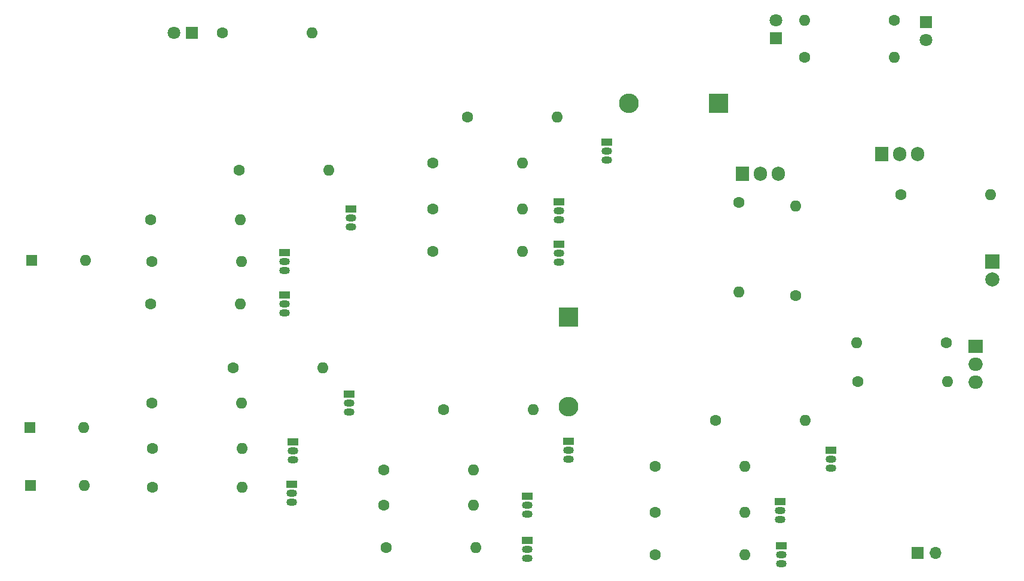
<source format=gts>
G04 #@! TF.GenerationSoftware,KiCad,Pcbnew,8.0.8*
G04 #@! TF.CreationDate,2025-06-19T10:33:32-04:00*
G04 #@! TF.ProjectId,multimeter,6d756c74-696d-4657-9465-722e6b696361,rev?*
G04 #@! TF.SameCoordinates,Original*
G04 #@! TF.FileFunction,Soldermask,Top*
G04 #@! TF.FilePolarity,Negative*
%FSLAX46Y46*%
G04 Gerber Fmt 4.6, Leading zero omitted, Abs format (unit mm)*
G04 Created by KiCad (PCBNEW 8.0.8) date 2025-06-19 10:33:32*
%MOMM*%
%LPD*%
G01*
G04 APERTURE LIST*
%ADD10C,1.600000*%
%ADD11O,1.600000X1.600000*%
%ADD12R,1.905000X2.000000*%
%ADD13O,1.905000X2.000000*%
%ADD14R,1.500000X1.050000*%
%ADD15O,1.500000X1.050000*%
%ADD16R,2.000000X2.000000*%
%ADD17C,2.000000*%
%ADD18R,2.000000X1.905000*%
%ADD19O,2.000000X1.905000*%
%ADD20R,1.700000X1.700000*%
%ADD21O,1.700000X1.700000*%
%ADD22R,2.800000X2.800000*%
%ADD23O,2.800000X2.800000*%
%ADD24R,1.600000X1.600000*%
%ADD25R,1.800000X1.800000*%
%ADD26C,1.800000*%
G04 APERTURE END LIST*
D10*
X163300000Y-88500000D03*
D11*
X176000000Y-88500000D03*
D12*
X146960000Y-59000000D03*
D13*
X149500000Y-59000000D03*
X152040000Y-59000000D03*
D14*
X116490000Y-104730000D03*
D15*
X116490000Y-106000000D03*
X116490000Y-107270000D03*
D10*
X146500000Y-63055000D03*
D11*
X146500000Y-75755000D03*
D10*
X96500000Y-112000000D03*
D11*
X109200000Y-112000000D03*
D16*
X182400000Y-71475000D03*
D17*
X182400000Y-74015000D03*
D10*
X134650000Y-113000000D03*
D11*
X147350000Y-113000000D03*
D14*
X122350000Y-96960000D03*
D15*
X122350000Y-98230000D03*
X122350000Y-99500000D03*
D10*
X103150000Y-57500000D03*
D11*
X115850000Y-57500000D03*
D18*
X180000000Y-83500000D03*
D19*
X180000000Y-86040000D03*
X180000000Y-88580000D03*
D14*
X83290000Y-97000000D03*
D15*
X83290000Y-98270000D03*
X83290000Y-99540000D03*
D10*
X168500000Y-37250000D03*
D11*
X155800000Y-37250000D03*
D14*
X127750000Y-54500000D03*
D15*
X127750000Y-55770000D03*
X127750000Y-57040000D03*
D20*
X171750000Y-112750000D03*
D21*
X174290000Y-112750000D03*
D12*
X166670000Y-56250000D03*
D13*
X169210000Y-56250000D03*
X171750000Y-56250000D03*
D22*
X143600000Y-49000000D03*
D23*
X130900000Y-49000000D03*
D14*
X120990000Y-63000000D03*
D15*
X120990000Y-64270000D03*
X120990000Y-65540000D03*
D14*
X152490000Y-111730000D03*
D15*
X152490000Y-113000000D03*
X152490000Y-114270000D03*
D14*
X120990000Y-69000000D03*
D15*
X120990000Y-70270000D03*
X120990000Y-71540000D03*
D14*
X82140000Y-70230000D03*
D15*
X82140000Y-71500000D03*
X82140000Y-72770000D03*
D10*
X63150000Y-77500000D03*
D11*
X75850000Y-77500000D03*
D14*
X91290000Y-90230000D03*
D15*
X91290000Y-91500000D03*
X91290000Y-92770000D03*
D10*
X75650000Y-58500000D03*
D11*
X88350000Y-58500000D03*
D10*
X104650000Y-92500000D03*
D11*
X117350000Y-92500000D03*
D10*
X63150000Y-65500000D03*
D11*
X75850000Y-65500000D03*
D14*
X152350000Y-105500000D03*
D15*
X152350000Y-106770000D03*
X152350000Y-108040000D03*
D14*
X83150000Y-103000000D03*
D15*
X83150000Y-104270000D03*
X83150000Y-105540000D03*
D10*
X103150000Y-64000000D03*
D11*
X115850000Y-64000000D03*
D10*
X134650000Y-100500000D03*
D11*
X147350000Y-100500000D03*
D14*
X82140000Y-76230000D03*
D15*
X82140000Y-77500000D03*
X82140000Y-78770000D03*
D10*
X63300000Y-71500000D03*
D11*
X76000000Y-71500000D03*
D10*
X169400000Y-62000000D03*
D11*
X182100000Y-62000000D03*
D10*
X134650000Y-107000000D03*
D11*
X147350000Y-107000000D03*
D10*
X63450000Y-103500000D03*
D11*
X76150000Y-103500000D03*
D14*
X116490000Y-111000000D03*
D15*
X116490000Y-112270000D03*
X116490000Y-113540000D03*
D24*
X46325000Y-71250000D03*
D11*
X53945000Y-71250000D03*
D10*
X96150000Y-101000000D03*
D11*
X108850000Y-101000000D03*
D25*
X151750000Y-39775000D03*
D26*
X151750000Y-37235000D03*
D24*
X46075000Y-95000000D03*
D11*
X53695000Y-95000000D03*
D22*
X122350000Y-79300000D03*
D23*
X122350000Y-92000000D03*
D10*
X154500000Y-76255000D03*
D11*
X154500000Y-63555000D03*
D10*
X143150000Y-94000000D03*
D11*
X155850000Y-94000000D03*
D10*
X103150000Y-70000000D03*
D11*
X115850000Y-70000000D03*
D10*
X175850000Y-83000000D03*
D11*
X163150000Y-83000000D03*
D14*
X159490000Y-98230000D03*
D15*
X159490000Y-99500000D03*
X159490000Y-100770000D03*
D10*
X96150000Y-106000000D03*
D11*
X108850000Y-106000000D03*
D10*
X63450000Y-98000000D03*
D11*
X76150000Y-98000000D03*
D25*
X173000000Y-37475000D03*
D26*
X173000000Y-40015000D03*
D10*
X74800000Y-86500000D03*
D11*
X87500000Y-86500000D03*
D24*
X46130000Y-103250000D03*
D11*
X53750000Y-103250000D03*
D10*
X155800000Y-42500000D03*
D11*
X168500000Y-42500000D03*
D10*
X63300000Y-91500000D03*
D11*
X76000000Y-91500000D03*
D10*
X108050000Y-51000000D03*
D11*
X120750000Y-51000000D03*
D25*
X69000000Y-39000000D03*
D26*
X66460000Y-39000000D03*
D14*
X91500000Y-64000000D03*
D15*
X91500000Y-65270000D03*
X91500000Y-66540000D03*
D10*
X73300000Y-39000000D03*
D11*
X86000000Y-39000000D03*
M02*

</source>
